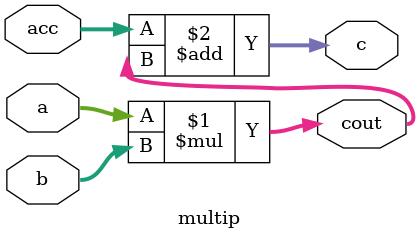
<source format=v>
module multip(a, b, c, cout, acc); 
	input[7:0] a; 
	input[7:0] b; 
	input[7:0] acc;
	
	output[15:0] cout; 
	output[15:0] c; 

	assign cout = a*b; 
	assign c = acc +cout; 
endmodule
</source>
